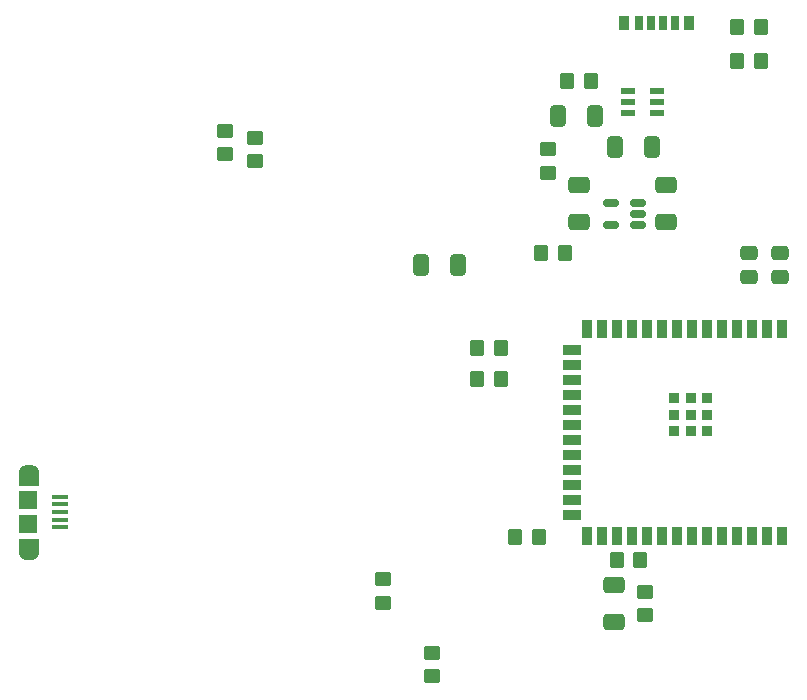
<source format=gbr>
%TF.GenerationSoftware,KiCad,Pcbnew,8.0.8*%
%TF.CreationDate,2025-04-07T16:11:34-05:00*%
%TF.ProjectId,Final Project V1,46696e61-6c20-4507-926f-6a6563742056,rev?*%
%TF.SameCoordinates,Original*%
%TF.FileFunction,Paste,Top*%
%TF.FilePolarity,Positive*%
%FSLAX46Y46*%
G04 Gerber Fmt 4.6, Leading zero omitted, Abs format (unit mm)*
G04 Created by KiCad (PCBNEW 8.0.8) date 2025-04-07 16:11:34*
%MOMM*%
%LPD*%
G01*
G04 APERTURE LIST*
G04 Aperture macros list*
%AMRoundRect*
0 Rectangle with rounded corners*
0 $1 Rounding radius*
0 $2 $3 $4 $5 $6 $7 $8 $9 X,Y pos of 4 corners*
0 Add a 4 corners polygon primitive as box body*
4,1,4,$2,$3,$4,$5,$6,$7,$8,$9,$2,$3,0*
0 Add four circle primitives for the rounded corners*
1,1,$1+$1,$2,$3*
1,1,$1+$1,$4,$5*
1,1,$1+$1,$6,$7*
1,1,$1+$1,$8,$9*
0 Add four rect primitives between the rounded corners*
20,1,$1+$1,$2,$3,$4,$5,0*
20,1,$1+$1,$4,$5,$6,$7,0*
20,1,$1+$1,$6,$7,$8,$9,0*
20,1,$1+$1,$8,$9,$2,$3,0*%
G04 Aperture macros list end*
%ADD10C,0.010000*%
%ADD11R,1.350000X0.400000*%
%ADD12R,1.550000X1.500000*%
%ADD13RoundRect,0.250000X0.350000X0.450000X-0.350000X0.450000X-0.350000X-0.450000X0.350000X-0.450000X0*%
%ADD14RoundRect,0.072500X0.532500X0.217500X-0.532500X0.217500X-0.532500X-0.217500X0.532500X-0.217500X0*%
%ADD15R,0.900000X0.900000*%
%ADD16R,0.900000X1.500000*%
%ADD17R,1.500000X0.900000*%
%ADD18RoundRect,0.250000X0.450000X-0.350000X0.450000X0.350000X-0.450000X0.350000X-0.450000X-0.350000X0*%
%ADD19RoundRect,0.250000X0.650000X-0.412500X0.650000X0.412500X-0.650000X0.412500X-0.650000X-0.412500X0*%
%ADD20R,0.700000X1.150000*%
%ADD21R,0.800000X1.150000*%
%ADD22R,0.900000X1.150000*%
%ADD23RoundRect,0.250000X-0.350000X-0.450000X0.350000X-0.450000X0.350000X0.450000X-0.350000X0.450000X0*%
%ADD24RoundRect,0.250000X-0.475000X0.337500X-0.475000X-0.337500X0.475000X-0.337500X0.475000X0.337500X0*%
%ADD25RoundRect,0.250000X-0.412500X-0.650000X0.412500X-0.650000X0.412500X0.650000X-0.412500X0.650000X0*%
%ADD26RoundRect,0.250000X-0.450000X0.350000X-0.450000X-0.350000X0.450000X-0.350000X0.450000X0.350000X0*%
%ADD27RoundRect,0.250000X0.412500X0.650000X-0.412500X0.650000X-0.412500X-0.650000X0.412500X-0.650000X0*%
%ADD28RoundRect,0.150000X0.512500X0.150000X-0.512500X0.150000X-0.512500X-0.150000X0.512500X-0.150000X0*%
G04 APERTURE END LIST*
D10*
%TO.C,J6*%
X147501000Y-112756000D02*
X147527000Y-112758000D01*
X147553000Y-112761000D01*
X147579000Y-112766000D01*
X147604000Y-112772000D01*
X147630000Y-112779000D01*
X147654000Y-112788000D01*
X147678000Y-112798000D01*
X147702000Y-112809000D01*
X147725000Y-112822000D01*
X147747000Y-112836000D01*
X147769000Y-112850000D01*
X147790000Y-112866000D01*
X147810000Y-112883000D01*
X147829000Y-112901000D01*
X147847000Y-112920000D01*
X147864000Y-112940000D01*
X147880000Y-112961000D01*
X147894000Y-112983000D01*
X147908000Y-113005000D01*
X147921000Y-113028000D01*
X147932000Y-113052000D01*
X147942000Y-113076000D01*
X147951000Y-113100000D01*
X147958000Y-113126000D01*
X147964000Y-113151000D01*
X147969000Y-113177000D01*
X147972000Y-113203000D01*
X147974000Y-113229000D01*
X147975000Y-113255000D01*
X147975000Y-114400000D01*
X146425000Y-114400000D01*
X146425000Y-113255000D01*
X146426000Y-113229000D01*
X146428000Y-113203000D01*
X146431000Y-113177000D01*
X146436000Y-113151000D01*
X146442000Y-113126000D01*
X146449000Y-113100000D01*
X146458000Y-113076000D01*
X146468000Y-113052000D01*
X146479000Y-113028000D01*
X146492000Y-113005000D01*
X146506000Y-112983000D01*
X146520000Y-112961000D01*
X146536000Y-112940000D01*
X146553000Y-112920000D01*
X146571000Y-112901000D01*
X146590000Y-112883000D01*
X146610000Y-112866000D01*
X146631000Y-112850000D01*
X146653000Y-112836000D01*
X146675000Y-112822000D01*
X146698000Y-112809000D01*
X146722000Y-112798000D01*
X146746000Y-112788000D01*
X146770000Y-112779000D01*
X146796000Y-112772000D01*
X146821000Y-112766000D01*
X146847000Y-112761000D01*
X146873000Y-112758000D01*
X146899000Y-112756000D01*
X146925000Y-112755000D01*
X147475000Y-112755000D01*
X147501000Y-112756000D01*
G36*
X147501000Y-112756000D02*
G01*
X147527000Y-112758000D01*
X147553000Y-112761000D01*
X147579000Y-112766000D01*
X147604000Y-112772000D01*
X147630000Y-112779000D01*
X147654000Y-112788000D01*
X147678000Y-112798000D01*
X147702000Y-112809000D01*
X147725000Y-112822000D01*
X147747000Y-112836000D01*
X147769000Y-112850000D01*
X147790000Y-112866000D01*
X147810000Y-112883000D01*
X147829000Y-112901000D01*
X147847000Y-112920000D01*
X147864000Y-112940000D01*
X147880000Y-112961000D01*
X147894000Y-112983000D01*
X147908000Y-113005000D01*
X147921000Y-113028000D01*
X147932000Y-113052000D01*
X147942000Y-113076000D01*
X147951000Y-113100000D01*
X147958000Y-113126000D01*
X147964000Y-113151000D01*
X147969000Y-113177000D01*
X147972000Y-113203000D01*
X147974000Y-113229000D01*
X147975000Y-113255000D01*
X147975000Y-114400000D01*
X146425000Y-114400000D01*
X146425000Y-113255000D01*
X146426000Y-113229000D01*
X146428000Y-113203000D01*
X146431000Y-113177000D01*
X146436000Y-113151000D01*
X146442000Y-113126000D01*
X146449000Y-113100000D01*
X146458000Y-113076000D01*
X146468000Y-113052000D01*
X146479000Y-113028000D01*
X146492000Y-113005000D01*
X146506000Y-112983000D01*
X146520000Y-112961000D01*
X146536000Y-112940000D01*
X146553000Y-112920000D01*
X146571000Y-112901000D01*
X146590000Y-112883000D01*
X146610000Y-112866000D01*
X146631000Y-112850000D01*
X146653000Y-112836000D01*
X146675000Y-112822000D01*
X146698000Y-112809000D01*
X146722000Y-112798000D01*
X146746000Y-112788000D01*
X146770000Y-112779000D01*
X146796000Y-112772000D01*
X146821000Y-112766000D01*
X146847000Y-112761000D01*
X146873000Y-112758000D01*
X146899000Y-112756000D01*
X146925000Y-112755000D01*
X147475000Y-112755000D01*
X147501000Y-112756000D01*
G37*
X147975000Y-120145000D02*
X147974000Y-120171000D01*
X147972000Y-120197000D01*
X147969000Y-120223000D01*
X147964000Y-120249000D01*
X147958000Y-120274000D01*
X147951000Y-120300000D01*
X147942000Y-120324000D01*
X147932000Y-120348000D01*
X147921000Y-120372000D01*
X147908000Y-120395000D01*
X147894000Y-120417000D01*
X147880000Y-120439000D01*
X147864000Y-120460000D01*
X147847000Y-120480000D01*
X147829000Y-120499000D01*
X147810000Y-120517000D01*
X147790000Y-120534000D01*
X147769000Y-120550000D01*
X147747000Y-120564000D01*
X147725000Y-120578000D01*
X147702000Y-120591000D01*
X147678000Y-120602000D01*
X147654000Y-120612000D01*
X147630000Y-120621000D01*
X147604000Y-120628000D01*
X147579000Y-120634000D01*
X147553000Y-120639000D01*
X147527000Y-120642000D01*
X147501000Y-120644000D01*
X147475000Y-120645000D01*
X146925000Y-120645000D01*
X146899000Y-120644000D01*
X146873000Y-120642000D01*
X146847000Y-120639000D01*
X146821000Y-120634000D01*
X146796000Y-120628000D01*
X146770000Y-120621000D01*
X146746000Y-120612000D01*
X146722000Y-120602000D01*
X146698000Y-120591000D01*
X146675000Y-120578000D01*
X146653000Y-120564000D01*
X146631000Y-120550000D01*
X146610000Y-120534000D01*
X146590000Y-120517000D01*
X146571000Y-120499000D01*
X146553000Y-120480000D01*
X146536000Y-120460000D01*
X146520000Y-120439000D01*
X146506000Y-120417000D01*
X146492000Y-120395000D01*
X146479000Y-120372000D01*
X146468000Y-120348000D01*
X146458000Y-120324000D01*
X146449000Y-120300000D01*
X146442000Y-120274000D01*
X146436000Y-120249000D01*
X146431000Y-120223000D01*
X146428000Y-120197000D01*
X146426000Y-120171000D01*
X146425000Y-120145000D01*
X146425000Y-119000000D01*
X147975000Y-119000000D01*
X147975000Y-120145000D01*
G36*
X147975000Y-120145000D02*
G01*
X147974000Y-120171000D01*
X147972000Y-120197000D01*
X147969000Y-120223000D01*
X147964000Y-120249000D01*
X147958000Y-120274000D01*
X147951000Y-120300000D01*
X147942000Y-120324000D01*
X147932000Y-120348000D01*
X147921000Y-120372000D01*
X147908000Y-120395000D01*
X147894000Y-120417000D01*
X147880000Y-120439000D01*
X147864000Y-120460000D01*
X147847000Y-120480000D01*
X147829000Y-120499000D01*
X147810000Y-120517000D01*
X147790000Y-120534000D01*
X147769000Y-120550000D01*
X147747000Y-120564000D01*
X147725000Y-120578000D01*
X147702000Y-120591000D01*
X147678000Y-120602000D01*
X147654000Y-120612000D01*
X147630000Y-120621000D01*
X147604000Y-120628000D01*
X147579000Y-120634000D01*
X147553000Y-120639000D01*
X147527000Y-120642000D01*
X147501000Y-120644000D01*
X147475000Y-120645000D01*
X146925000Y-120645000D01*
X146899000Y-120644000D01*
X146873000Y-120642000D01*
X146847000Y-120639000D01*
X146821000Y-120634000D01*
X146796000Y-120628000D01*
X146770000Y-120621000D01*
X146746000Y-120612000D01*
X146722000Y-120602000D01*
X146698000Y-120591000D01*
X146675000Y-120578000D01*
X146653000Y-120564000D01*
X146631000Y-120550000D01*
X146610000Y-120534000D01*
X146590000Y-120517000D01*
X146571000Y-120499000D01*
X146553000Y-120480000D01*
X146536000Y-120460000D01*
X146520000Y-120439000D01*
X146506000Y-120417000D01*
X146492000Y-120395000D01*
X146479000Y-120372000D01*
X146468000Y-120348000D01*
X146458000Y-120324000D01*
X146449000Y-120300000D01*
X146442000Y-120274000D01*
X146436000Y-120249000D01*
X146431000Y-120223000D01*
X146428000Y-120197000D01*
X146426000Y-120171000D01*
X146425000Y-120145000D01*
X146425000Y-119000000D01*
X147975000Y-119000000D01*
X147975000Y-120145000D01*
G37*
%TD*%
D11*
%TO.C,J6*%
X149875000Y-115400000D03*
X149875000Y-116050000D03*
X149875000Y-116700000D03*
X149875000Y-117350000D03*
X149875000Y-118000000D03*
D12*
X147200000Y-115700000D03*
X147200000Y-117700000D03*
%TD*%
D13*
%TO.C,R3*%
X187200000Y-105400000D03*
X185200000Y-105400000D03*
%TD*%
D14*
%TO.C,U3*%
X200455000Y-82950000D03*
X200455000Y-82000000D03*
X200455000Y-81050000D03*
X197945000Y-81050000D03*
X197945000Y-82000000D03*
X197945000Y-82950000D03*
%TD*%
D13*
%TO.C,R18*%
X209200000Y-75600000D03*
X207200000Y-75600000D03*
%TD*%
D15*
%TO.C,U2*%
X204680000Y-107050000D03*
X203280000Y-107050000D03*
X201880000Y-107050000D03*
X204680000Y-108450000D03*
X203280000Y-108450000D03*
X201880000Y-108450000D03*
X204680000Y-109850000D03*
X203280000Y-109850000D03*
X201880000Y-109850000D03*
D16*
X211000000Y-101200000D03*
X209730000Y-101200000D03*
X208460000Y-101200000D03*
X207190000Y-101200000D03*
X205920000Y-101200000D03*
X204650000Y-101200000D03*
X203380000Y-101200000D03*
X202110000Y-101200000D03*
X200840000Y-101200000D03*
X199570000Y-101200000D03*
X198300000Y-101200000D03*
X197030000Y-101200000D03*
X195760000Y-101200000D03*
X194490000Y-101200000D03*
D17*
X193240000Y-102965000D03*
X193240000Y-104235000D03*
X193240000Y-105505000D03*
X193240000Y-106775000D03*
X193240000Y-108045000D03*
X193240000Y-109315000D03*
X193240000Y-110585000D03*
X193240000Y-111855000D03*
X193240000Y-113125000D03*
X193240000Y-114395000D03*
X193240000Y-115665000D03*
X193240000Y-116935000D03*
D16*
X194490000Y-118700000D03*
X195760000Y-118700000D03*
X197030000Y-118700000D03*
X198300000Y-118700000D03*
X199570000Y-118700000D03*
X200840000Y-118700000D03*
X202110000Y-118700000D03*
X203380000Y-118700000D03*
X204650000Y-118700000D03*
X205920000Y-118700000D03*
X207190000Y-118700000D03*
X208460000Y-118700000D03*
X209730000Y-118700000D03*
X211000000Y-118700000D03*
%TD*%
D18*
%TO.C,R9*%
X166400000Y-87000000D03*
X166400000Y-85000000D03*
%TD*%
D19*
%TO.C,C1*%
X193800000Y-92162500D03*
X193800000Y-89037500D03*
%TD*%
%TO.C,C6*%
X196775000Y-126012500D03*
X196775000Y-122887500D03*
%TD*%
D18*
%TO.C,R10*%
X199375000Y-125450000D03*
X199375000Y-123450000D03*
%TD*%
D13*
%TO.C,R16*%
X199000000Y-120800000D03*
X197000000Y-120800000D03*
%TD*%
D20*
%TO.C,USB-C1*%
X200900000Y-75305000D03*
D21*
X198880000Y-75305000D03*
D22*
X197650000Y-75305000D03*
D20*
X199900000Y-75305000D03*
D21*
X201920000Y-75305000D03*
D22*
X203150000Y-75305000D03*
%TD*%
D23*
%TO.C,R6*%
X185200000Y-102800000D03*
X187200000Y-102800000D03*
%TD*%
D18*
%TO.C,R8*%
X177200000Y-124400000D03*
X177200000Y-122400000D03*
%TD*%
%TO.C,R5*%
X181400000Y-130600000D03*
X181400000Y-128600000D03*
%TD*%
D24*
%TO.C,C5*%
X208200000Y-94762500D03*
X208200000Y-96837500D03*
%TD*%
D23*
%TO.C,R15*%
X190600000Y-94800000D03*
X192600000Y-94800000D03*
%TD*%
D25*
%TO.C,C4*%
X196837500Y-85800000D03*
X199962500Y-85800000D03*
%TD*%
D18*
%TO.C,R7*%
X163800000Y-86400000D03*
X163800000Y-84400000D03*
%TD*%
D23*
%TO.C,R1*%
X192800000Y-80200000D03*
X194800000Y-80200000D03*
%TD*%
D19*
%TO.C,C2*%
X201200000Y-92162500D03*
X201200000Y-89037500D03*
%TD*%
D26*
%TO.C,R2*%
X191200000Y-86000000D03*
X191200000Y-88000000D03*
%TD*%
D27*
%TO.C,C9*%
X183562500Y-95800000D03*
X180437500Y-95800000D03*
%TD*%
D13*
%TO.C,R17*%
X209200000Y-78550000D03*
X207200000Y-78550000D03*
%TD*%
D27*
%TO.C,C3*%
X195162500Y-83200000D03*
X192037500Y-83200000D03*
%TD*%
D28*
%TO.C,U1*%
X198800000Y-92400000D03*
X198800000Y-91450000D03*
X198800000Y-90500000D03*
X196525000Y-90500000D03*
X196525000Y-92400000D03*
%TD*%
D24*
%TO.C,C10*%
X210800000Y-94762500D03*
X210800000Y-96837500D03*
%TD*%
D13*
%TO.C,R4*%
X190400000Y-118800000D03*
X188400000Y-118800000D03*
%TD*%
M02*

</source>
